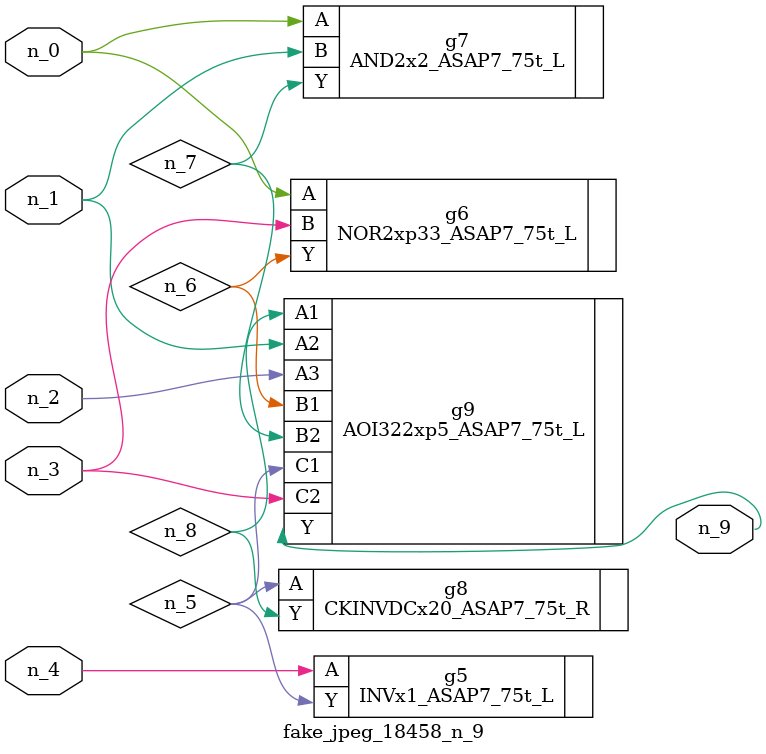
<source format=v>
module fake_jpeg_18458_n_9 (n_3, n_2, n_1, n_0, n_4, n_9);

input n_3;
input n_2;
input n_1;
input n_0;
input n_4;

output n_9;

wire n_8;
wire n_6;
wire n_5;
wire n_7;

INVx1_ASAP7_75t_L g5 ( 
.A(n_4),
.Y(n_5)
);

NOR2xp33_ASAP7_75t_L g6 ( 
.A(n_0),
.B(n_3),
.Y(n_6)
);

AND2x2_ASAP7_75t_L g7 ( 
.A(n_0),
.B(n_1),
.Y(n_7)
);

CKINVDCx20_ASAP7_75t_R g8 ( 
.A(n_5),
.Y(n_8)
);

AOI322xp5_ASAP7_75t_L g9 ( 
.A1(n_8),
.A2(n_1),
.A3(n_2),
.B1(n_6),
.B2(n_7),
.C1(n_5),
.C2(n_3),
.Y(n_9)
);


endmodule
</source>
